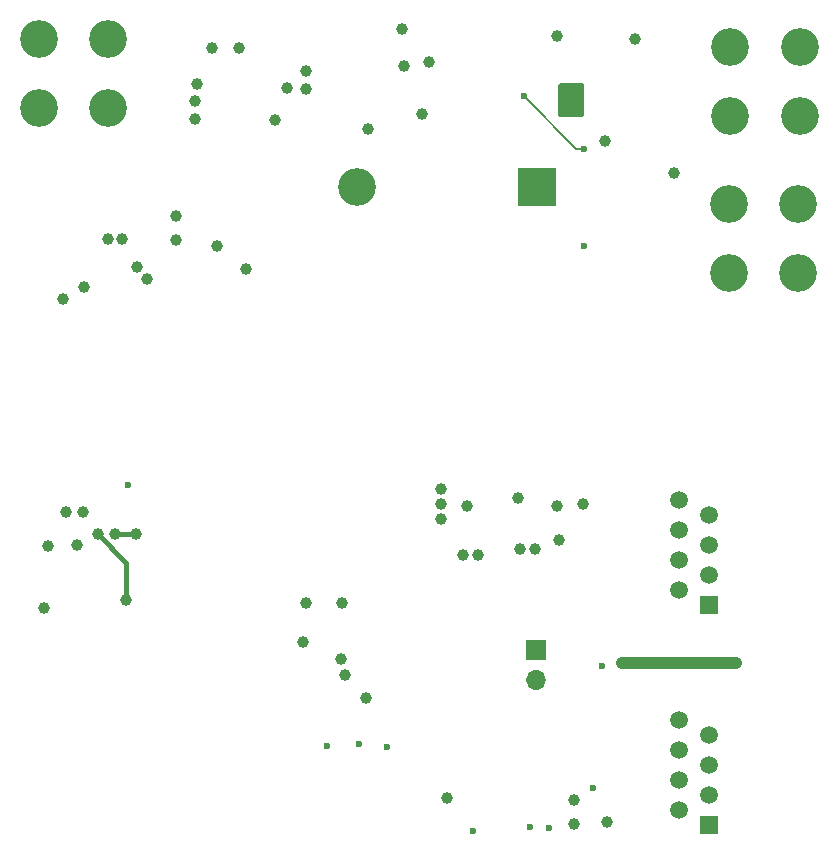
<source format=gbr>
%TF.GenerationSoftware,KiCad,Pcbnew,8.0.7*%
%TF.CreationDate,2025-03-13T19:28:30-05:00*%
%TF.ProjectId,motorboard,6d6f746f-7262-46f6-9172-642e6b696361,rev?*%
%TF.SameCoordinates,Original*%
%TF.FileFunction,Copper,L4,Bot*%
%TF.FilePolarity,Positive*%
%FSLAX46Y46*%
G04 Gerber Fmt 4.6, Leading zero omitted, Abs format (unit mm)*
G04 Created by KiCad (PCBNEW 8.0.7) date 2025-03-13 19:28:30*
%MOMM*%
%LPD*%
G01*
G04 APERTURE LIST*
%TA.AperFunction,ComponentPad*%
%ADD10R,3.200000X3.200000*%
%TD*%
%TA.AperFunction,ComponentPad*%
%ADD11O,3.200000X3.200000*%
%TD*%
%TA.AperFunction,ComponentPad*%
%ADD12R,1.500000X1.500000*%
%TD*%
%TA.AperFunction,ComponentPad*%
%ADD13C,1.500000*%
%TD*%
%TA.AperFunction,ComponentPad*%
%ADD14C,3.200000*%
%TD*%
%TA.AperFunction,ComponentPad*%
%ADD15R,1.700000X1.700000*%
%TD*%
%TA.AperFunction,ComponentPad*%
%ADD16O,1.700000X1.700000*%
%TD*%
%TA.AperFunction,ViaPad*%
%ADD17C,1.000000*%
%TD*%
%TA.AperFunction,ViaPad*%
%ADD18C,0.600000*%
%TD*%
%TA.AperFunction,Conductor*%
%ADD19C,1.016000*%
%TD*%
%TA.AperFunction,Conductor*%
%ADD20C,0.200000*%
%TD*%
%TA.AperFunction,Conductor*%
%ADD21C,0.381000*%
%TD*%
G04 APERTURE END LIST*
D10*
%TO.P,D1,1,K*%
%TO.N,Net-(D1-K)*%
X153600000Y-76000000D03*
D11*
%TO.P,D1,2,A*%
%TO.N,GND2*%
X138360000Y-76000000D03*
%TD*%
D12*
%TO.P,J2,1*%
%TO.N,GND*%
X168122800Y-111380500D03*
D13*
%TO.P,J2,2*%
%TO.N,+12VL*%
X165582800Y-110110500D03*
%TO.P,J2,3*%
X168122800Y-108840500D03*
%TO.P,J2,4*%
%TO.N,/CAN/CAN_P*%
X165582800Y-107570500D03*
%TO.P,J2,5*%
%TO.N,/CAN/CAN_N*%
X168122800Y-106300500D03*
%TO.P,J2,6*%
%TO.N,GND*%
X165582800Y-105030500D03*
%TO.P,J2,7*%
X168122800Y-103760500D03*
%TO.P,J2,8*%
%TO.N,+12VL*%
X165582800Y-102490500D03*
%TD*%
D14*
%TO.P,J7,1,Pin_1*%
%TO.N,GND2*%
X169842000Y-77383000D03*
X169842000Y-83253000D03*
X175712000Y-77383000D03*
X175712000Y-83253000D03*
%TD*%
D12*
%TO.P,J1,1*%
%TO.N,GND*%
X168199000Y-129954500D03*
D13*
%TO.P,J1,2*%
%TO.N,+12VL*%
X165659000Y-128684500D03*
%TO.P,J1,3*%
X168199000Y-127414500D03*
%TO.P,J1,4*%
%TO.N,/CAN/CAN_P*%
X165659000Y-126144500D03*
%TO.P,J1,5*%
%TO.N,/CAN/CAN_N*%
X168199000Y-124874500D03*
%TO.P,J1,6*%
%TO.N,GND*%
X165659000Y-123604500D03*
%TO.P,J1,7*%
X168199000Y-122334500D03*
%TO.P,J1,8*%
%TO.N,+12VL*%
X165659000Y-121064500D03*
%TD*%
D15*
%TO.P,J3,1,Pin_1*%
%TO.N,Net-(J3-Pin_1)*%
X153550001Y-115194200D03*
D16*
%TO.P,J3,2,Pin_2*%
%TO.N,Net-(J3-Pin_2)*%
X153550001Y-117734200D03*
%TD*%
D14*
%TO.P,J6,1,Pin_1*%
%TO.N,/THROTTLE_OUT*%
X111422000Y-63441000D03*
X111422000Y-69311000D03*
X117292000Y-63441000D03*
X117292000Y-69311000D03*
%TD*%
%TO.P,J4,1,Pin_1*%
%TO.N,/TSV_Power/84VH*%
X169969000Y-64076000D03*
X169969000Y-69946000D03*
X175839000Y-64076000D03*
X175839000Y-69946000D03*
%TD*%
D17*
%TO.N,/CAN/CAN_N*%
X170428800Y-116242000D03*
X160776800Y-116242000D03*
D18*
%TO.N,GND*%
X159075000Y-116528000D03*
X140914000Y-123386000D03*
X118943000Y-101161000D03*
X135834000Y-123259000D03*
D17*
X136977000Y-115893000D03*
D18*
X154630000Y-130244000D03*
D17*
X137104000Y-111194000D03*
X148584800Y-107150700D03*
X152140800Y-106642700D03*
D18*
X152979000Y-130117000D03*
D17*
X112212000Y-106368000D03*
X134056000Y-111194000D03*
X147314800Y-107150700D03*
D18*
X138501000Y-123132000D03*
D17*
X133802000Y-114496000D03*
X115133000Y-103447000D03*
X157474800Y-102832700D03*
X153410800Y-106642700D03*
D18*
X148153000Y-130498000D03*
X158313000Y-126815000D03*
D17*
%TO.N,+3.3VL*%
X145486000Y-104082000D03*
X147645000Y-102939000D03*
X113736000Y-103447000D03*
X139136000Y-119195000D03*
X145486000Y-101542000D03*
X152013800Y-102324700D03*
X145486000Y-102812000D03*
X114625000Y-106241000D03*
%TO.N,+5VL*%
X145994000Y-127704000D03*
X137358000Y-117290000D03*
X111831000Y-111575000D03*
%TO.N,GND2*%
X126528751Y-80957450D03*
X128341000Y-64203000D03*
X159315000Y-72063000D03*
X161855000Y-63427000D03*
X139249000Y-71047000D03*
X120594000Y-83761000D03*
X115260000Y-84396000D03*
X123007000Y-78427000D03*
X165171000Y-74744000D03*
X155251000Y-63173000D03*
D18*
X157551000Y-80967000D03*
D17*
X144470000Y-65346000D03*
X123007000Y-80459000D03*
X142184000Y-62552000D03*
X119705000Y-82745000D03*
X126055000Y-64203000D03*
X131375000Y-70285000D03*
%TO.N,/TSV_Power/+15V*%
X142297000Y-65701663D03*
X143821000Y-69777000D03*
D18*
%TO.N,Net-(D2-A)*%
X157551000Y-72712000D03*
X152471000Y-68267000D03*
D17*
%TO.N,+3.3VH*%
X124658000Y-70172000D03*
X124658000Y-68648000D03*
X117299301Y-80332000D03*
X124785000Y-67251000D03*
X113482000Y-85412000D03*
X118442301Y-80332000D03*
%TO.N,+12VH*%
X128976000Y-82872000D03*
X132391000Y-67618000D03*
X134056000Y-66108000D03*
X134056000Y-67632000D03*
%TO.N,+12VL*%
X155315800Y-102959700D03*
X156712800Y-129883700D03*
X156712800Y-127851700D03*
X155442800Y-105880700D03*
X159506800Y-129756700D03*
%TO.N,/CS*%
X116403000Y-105352000D03*
X118816000Y-110940000D03*
%TO.N,/SCK*%
X117879256Y-105352000D03*
X119660256Y-105352000D03*
%TD*%
D19*
%TO.N,/CAN/CAN_N*%
X160776800Y-116242000D02*
X170428800Y-116242000D01*
D20*
%TO.N,Net-(D2-A)*%
X152471000Y-68267000D02*
X156916000Y-72712000D01*
X156916000Y-72712000D02*
X157551000Y-72712000D01*
D21*
%TO.N,/CS*%
X118816000Y-110940000D02*
X118816000Y-107765000D01*
X118816000Y-107765000D02*
X116403000Y-105352000D01*
%TO.N,/SCK*%
X117879256Y-105352000D02*
X119660256Y-105352000D01*
%TD*%
%TA.AperFunction,Conductor*%
%TO.N,GND2*%
G36*
X157543039Y-67219685D02*
G01*
X157588794Y-67272489D01*
X157600000Y-67324000D01*
X157600000Y-69876000D01*
X157580315Y-69943039D01*
X157527511Y-69988794D01*
X157476000Y-70000000D01*
X155524000Y-70000000D01*
X155456961Y-69980315D01*
X155411206Y-69927511D01*
X155400000Y-69876000D01*
X155400000Y-67324000D01*
X155419685Y-67256961D01*
X155472489Y-67211206D01*
X155524000Y-67200000D01*
X157476000Y-67200000D01*
X157543039Y-67219685D01*
G37*
%TD.AperFunction*%
%TD*%
M02*

</source>
